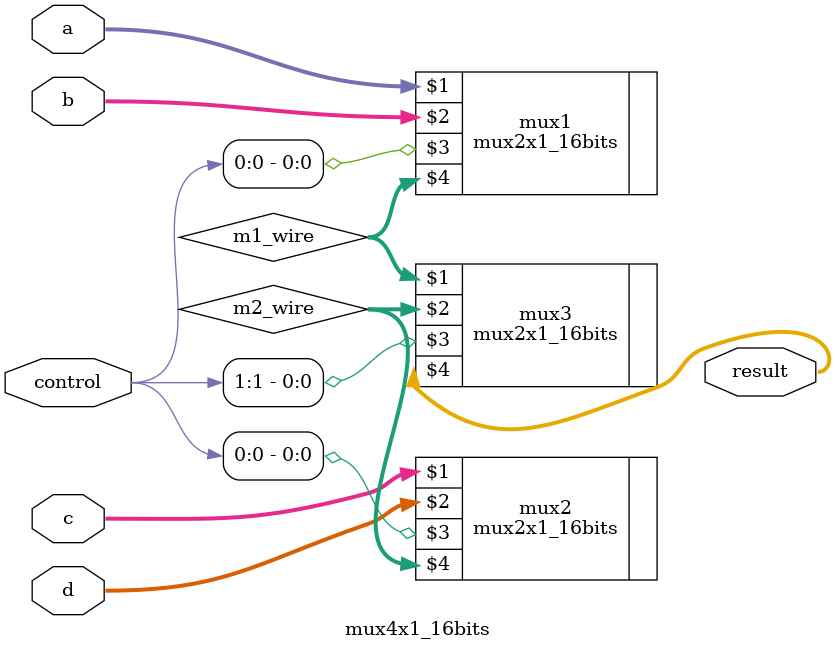
<source format=v>
module mux4x1_16bits (input [15:0] a, input [15:0] b, input [15:0] c, 
							 input [15:0] d, input [1:0] control, output [15:0] result);

	wire [15:0] m1_wire;
	wire [15:0] m2_wire;

	mux2x1_16bits mux1(a, b, control[0], m1_wire);
	mux2x1_16bits mux2(c, d, control[0], m2_wire);
	mux2x1_16bits mux3(m1_wire, m2_wire, control[1], result);

endmodule
</source>
